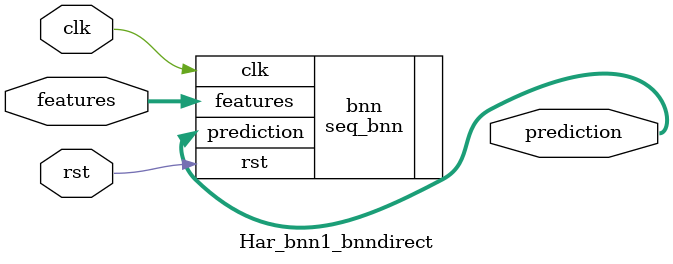
<source format=v>













module Har_bnn1_bnndirect #(

parameter FEAT_CNT = 12,
parameter HIDDEN_CNT = 40,
parameter FEAT_BITS = 4,
parameter CLASS_CNT = 6,
parameter TEST_CNT = 1000


  ) (
  input clk,
  input rst,
  input [FEAT_CNT*FEAT_BITS-1:0] features,
  output [$clog2(CLASS_CNT)-1:0] prediction
  );

  localparam Weights0 = 480'b001111010110111010110000100001111100001110101010010001010010000110001111110001100101110000100001101010101000100111110111010000011111101000011101001101100011000010010011001100100111011101011001001000001011111000000011011110110100011100000010011111100010010111110111101000010100101110111010000001011100010110010011110000011100010000100111101010101010100100000101010000111010011010010101101111101001110000110100100001110101011000100000101000001100101111111100010011100011001001010111 ;
  localparam Weights1 = 240'b111001111101100000101111100101100010100011010110111111001010010101011010011101001110011111011110001101011100001000101010010101000110011010101101110010110100110101111111011000000011000110001111110000010111001001000101000010011100001111000100 ;

  seq_bnn #(.FEAT_CNT(FEAT_CNT),.FEAT_BITS(FEAT_BITS),.HIDDEN_CNT(HIDDEN_CNT),.CLASS_CNT(CLASS_CNT),.Weights0(Weights0),.Weights1(Weights1)) bnn (
    .clk(clk),
    .rst(rst),
    .features(features),
    .prediction(prediction)
  );

endmodule

</source>
